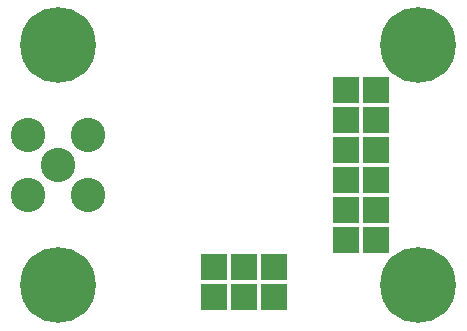
<source format=gbr>
*
*
G04 PADS 9.5 Build Number: 522968 generated Gerber (RS-274-X) file*
G04 PC Version=2.1*
*
%IN "ANT01.pcb"*%
*
%MOIN*%
*
%FSLAX35Y35*%
*
*
*
*
G04 PC Standard Apertures*
*
*
G04 Thermal Relief Aperture macro.*
%AMTER*
1,1,$1,0,0*
1,0,$1-$2,0,0*
21,0,$3,$4,0,0,45*
21,0,$3,$4,0,0,135*
%
*
*
G04 Annular Aperture macro.*
%AMANN*
1,1,$1,0,0*
1,0,$2,0,0*
%
*
*
G04 Odd Aperture macro.*
%AMODD*
1,1,$1,0,0*
1,0,$1-0.005,0,0*
%
*
*
G04 PC Custom Aperture Macros*
*
*
*
*
*
*
G04 PC Aperture Table*
*
%ADD024C,0.001*%
%ADD083R,0.086X0.086*%
%ADD084C,0.11472*%
%ADD085C,0.25213*%
*
*
*
*
G04 PC Circuitry*
G04 Layer Name ANT01.pcb - circuitry*
%LPD*%
*
*
G04 PC Custom Flashes*
G04 Layer Name ANT01.pcb - flashes*
%LPD*%
*
*
G04 PC Circuitry*
G04 Layer Name ANT01.pcb - circuitry*
%LPD*%
*
G54D24*
G54D83*
G01X226000Y185000D03*
X216000D03*
X226000Y165000D03*
X216000D03*
X226000Y175000D03*
X216000D03*
X226000Y135000D03*
X216000D03*
X226000Y145000D03*
X216000D03*
X226000Y155000D03*
X216000D03*
X172000Y126000D03*
Y116000D03*
X182000Y126000D03*
Y116000D03*
X192000Y126000D03*
Y116000D03*
G54D84*
X120000Y160000D03*
X130000Y150000D03*
X110000D03*
Y170000D03*
X130000D03*
G54D85*
X120000Y120000D03*
X240000Y200000D03*
Y120000D03*
X120000Y200000D03*
X0Y0D02*
M02*

</source>
